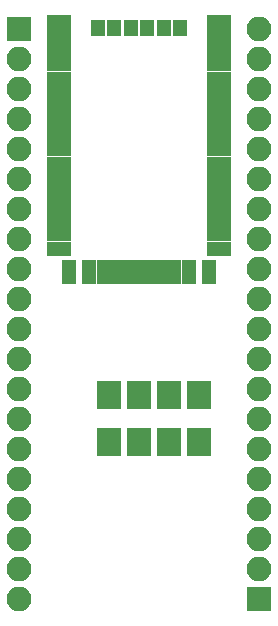
<source format=gts>
G04 #@! TF.FileFunction,Soldermask,Top*
%FSLAX46Y46*%
G04 Gerber Fmt 4.6, Leading zero omitted, Abs format (unit mm)*
G04 Created by KiCad (PCBNEW 4.0.7) date *
%MOMM*%
%LPD*%
G01*
G04 APERTURE LIST*
%ADD10C,0.100000*%
%ADD11R,2.000000X1.200000*%
%ADD12R,1.200000X2.000000*%
%ADD13R,1.200000X1.400000*%
%ADD14R,2.100000X2.400000*%
%ADD15R,2.100000X2.100000*%
%ADD16O,2.100000X2.100000*%
G04 APERTURE END LIST*
D10*
D11*
X130410000Y-90860000D03*
X130410000Y-92060000D03*
X130410000Y-93260000D03*
X130410000Y-94460000D03*
X130410000Y-95660000D03*
X130410000Y-96860000D03*
X130410000Y-98060000D03*
X130410000Y-99260000D03*
X130410000Y-100460000D03*
X130410000Y-101660000D03*
X130410000Y-102860000D03*
X130410000Y-104060000D03*
X130410000Y-105260000D03*
X130410000Y-106460000D03*
X130410000Y-107660000D03*
X130410000Y-108860000D03*
X130410000Y-110060000D03*
D12*
X131260000Y-112060000D03*
X132960000Y-112060000D03*
X134160000Y-112060000D03*
X135360000Y-112060000D03*
X136560000Y-112060000D03*
X137760000Y-112060000D03*
X138960000Y-112060000D03*
X140160000Y-112060000D03*
X141360000Y-112060000D03*
X143060000Y-112060000D03*
D11*
X143910000Y-110060000D03*
X143910000Y-108860000D03*
X143910000Y-107660000D03*
X143910000Y-106460000D03*
X143910000Y-105260000D03*
X143910000Y-104060000D03*
X143910000Y-102860000D03*
X143910000Y-101660000D03*
X143910000Y-100460000D03*
X143910000Y-99260000D03*
X143910000Y-98060000D03*
X143910000Y-96860000D03*
X143910000Y-95660000D03*
X143910000Y-94460000D03*
X143910000Y-93260000D03*
X143910000Y-92060000D03*
X143910000Y-90860000D03*
D13*
X140660000Y-91360000D03*
X139260000Y-91360000D03*
X137860000Y-91360000D03*
X136460000Y-91360000D03*
X135060000Y-91360000D03*
X133660000Y-91360000D03*
D14*
X137160000Y-122460000D03*
X137160000Y-126460000D03*
X142240000Y-122460000D03*
X142240000Y-126460000D03*
X134620000Y-126460000D03*
X134620000Y-122460000D03*
X139700000Y-126460000D03*
X139700000Y-122460000D03*
D15*
X127000000Y-91440000D03*
D16*
X127000000Y-93980000D03*
X127000000Y-96520000D03*
X127000000Y-99060000D03*
X127000000Y-101600000D03*
X127000000Y-104140000D03*
X127000000Y-106680000D03*
X127000000Y-109220000D03*
X127000000Y-111760000D03*
X127000000Y-114300000D03*
X127000000Y-116840000D03*
X127000000Y-119380000D03*
X127000000Y-121920000D03*
X127000000Y-124460000D03*
X127000000Y-127000000D03*
X127000000Y-129540000D03*
X127000000Y-132080000D03*
X127000000Y-134620000D03*
X127000000Y-137160000D03*
X127000000Y-139700000D03*
D15*
X147320000Y-139700000D03*
D16*
X147320000Y-137160000D03*
X147320000Y-134620000D03*
X147320000Y-132080000D03*
X147320000Y-129540000D03*
X147320000Y-127000000D03*
X147320000Y-124460000D03*
X147320000Y-121920000D03*
X147320000Y-119380000D03*
X147320000Y-116840000D03*
X147320000Y-114300000D03*
X147320000Y-111760000D03*
X147320000Y-109220000D03*
X147320000Y-106680000D03*
X147320000Y-104140000D03*
X147320000Y-101600000D03*
X147320000Y-99060000D03*
X147320000Y-96520000D03*
X147320000Y-93980000D03*
X147320000Y-91440000D03*
M02*

</source>
